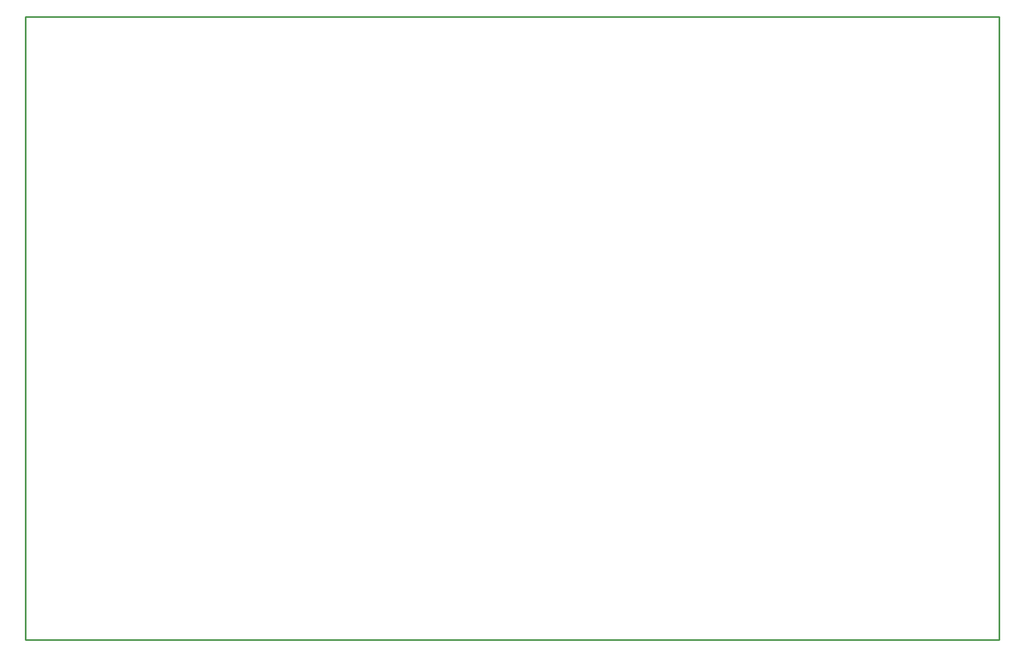
<source format=gbp>
G04*
G04 #@! TF.GenerationSoftware,Altium Limited,Altium Designer,19.1.8 (144)*
G04*
G04 Layer_Color=128*
%FSLAX25Y25*%
%MOIN*%
G70*
G01*
G75*
%ADD10C,0.01000*%
D10*
X100000Y500000D02*
X700000D01*
X100000Y116000D02*
X700000D01*
Y500000D01*
X100000Y116000D02*
Y500000D01*
M02*

</source>
